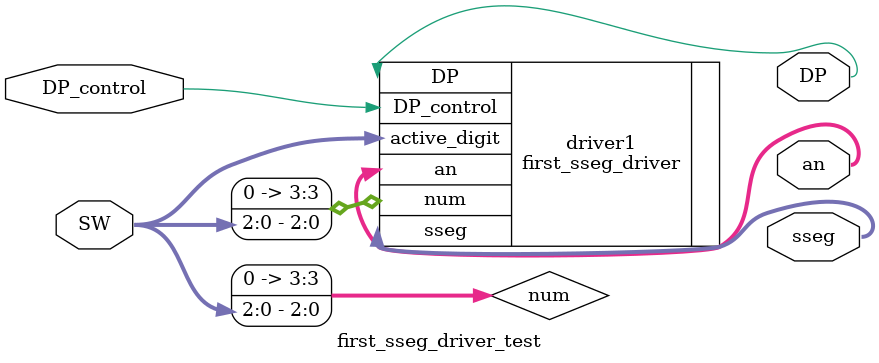
<source format=v>
`timescale 1ns / 1ps


module first_sseg_driver_test(
    input [2:0] SW,
    input DP_control,
    output DP,
    output [6:0] sseg,
    output [0:7] an
    );
    
    wire [3:0] num;
    assign num = ({1'b0, SW[2:0]});
    
    first_sseg_driver driver1(
        .active_digit(SW),
        .num(num),
        .DP_control(DP_control),
        .sseg(sseg),
        .an(an),
        .DP(DP)
    );
    
endmodule

</source>
